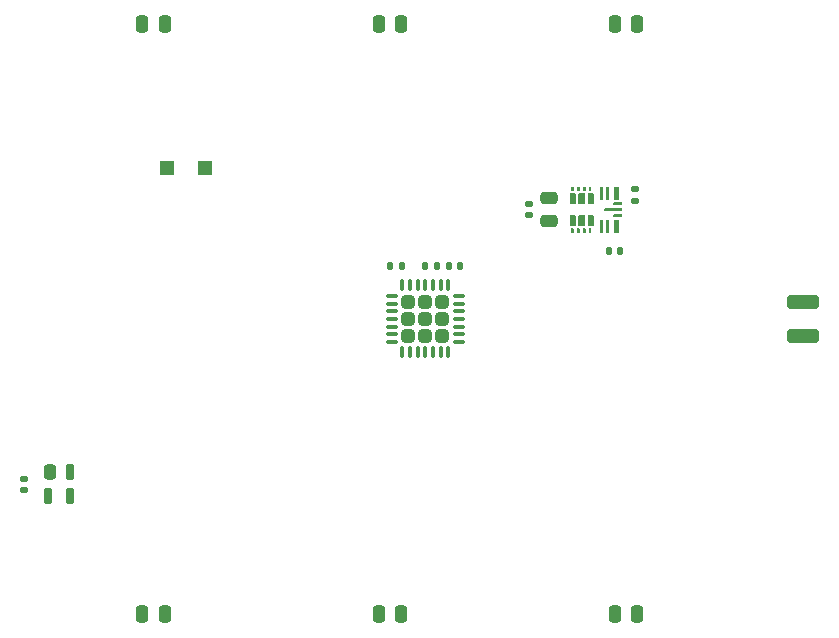
<source format=gbp>
G04 #@! TF.GenerationSoftware,KiCad,Pcbnew,7.0.11*
G04 #@! TF.CreationDate,2025-02-19T11:42:19-05:00*
G04 #@! TF.ProjectId,thruster-pcb,74687275-7374-4657-922d-7063622e6b69,1.0*
G04 #@! TF.SameCoordinates,Original*
G04 #@! TF.FileFunction,Paste,Bot*
G04 #@! TF.FilePolarity,Positive*
%FSLAX46Y46*%
G04 Gerber Fmt 4.6, Leading zero omitted, Abs format (unit mm)*
G04 Created by KiCad (PCBNEW 7.0.11) date 2025-02-19 11:42:19*
%MOMM*%
%LPD*%
G01*
G04 APERTURE LIST*
G04 Aperture macros list*
%AMRoundRect*
0 Rectangle with rounded corners*
0 $1 Rounding radius*
0 $2 $3 $4 $5 $6 $7 $8 $9 X,Y pos of 4 corners*
0 Add a 4 corners polygon primitive as box body*
4,1,4,$2,$3,$4,$5,$6,$7,$8,$9,$2,$3,0*
0 Add four circle primitives for the rounded corners*
1,1,$1+$1,$2,$3*
1,1,$1+$1,$4,$5*
1,1,$1+$1,$6,$7*
1,1,$1+$1,$8,$9*
0 Add four rect primitives between the rounded corners*
20,1,$1+$1,$2,$3,$4,$5,0*
20,1,$1+$1,$4,$5,$6,$7,0*
20,1,$1+$1,$6,$7,$8,$9,0*
20,1,$1+$1,$8,$9,$2,$3,0*%
G04 Aperture macros list end*
%ADD10RoundRect,0.135000X-0.135000X-0.185000X0.135000X-0.185000X0.135000X0.185000X-0.135000X0.185000X0*%
%ADD11RoundRect,0.250000X-0.250000X-0.475000X0.250000X-0.475000X0.250000X0.475000X-0.250000X0.475000X0*%
%ADD12RoundRect,0.250000X0.475000X-0.250000X0.475000X0.250000X-0.475000X0.250000X-0.475000X-0.250000X0*%
%ADD13RoundRect,0.140000X-0.140000X-0.170000X0.140000X-0.170000X0.140000X0.170000X-0.140000X0.170000X0*%
%ADD14RoundRect,0.140000X0.170000X-0.140000X0.170000X0.140000X-0.170000X0.140000X-0.170000X-0.140000X0*%
%ADD15RoundRect,0.250000X0.250000X0.475000X-0.250000X0.475000X-0.250000X-0.475000X0.250000X-0.475000X0*%
%ADD16RoundRect,0.247500X-0.247500X0.402500X-0.247500X-0.402500X0.247500X-0.402500X0.247500X0.402500X0*%
%ADD17RoundRect,0.090000X-0.210000X0.560000X-0.210000X-0.560000X0.210000X-0.560000X0.210000X0.560000X0*%
%ADD18R,1.200000X1.200000*%
%ADD19RoundRect,0.250000X0.320000X0.320000X-0.320000X0.320000X-0.320000X-0.320000X0.320000X-0.320000X0*%
%ADD20RoundRect,0.075000X0.437500X0.075000X-0.437500X0.075000X-0.437500X-0.075000X0.437500X-0.075000X0*%
%ADD21RoundRect,0.075000X0.075000X0.437500X-0.075000X0.437500X-0.075000X-0.437500X0.075000X-0.437500X0*%
%ADD22RoundRect,0.135000X0.135000X0.185000X-0.135000X0.185000X-0.135000X-0.185000X0.135000X-0.185000X0*%
%ADD23RoundRect,0.140000X-0.170000X0.140000X-0.170000X-0.140000X0.170000X-0.140000X0.170000X0.140000X0*%
%ADD24RoundRect,0.250000X-1.100000X0.325000X-1.100000X-0.325000X1.100000X-0.325000X1.100000X0.325000X0*%
G04 APERTURE END LIST*
G36*
X177549500Y-93000001D02*
G01*
X177549500Y-93999999D01*
X177499500Y-94050001D01*
X177224500Y-94050001D01*
X177174500Y-93999999D01*
X177174500Y-93000001D01*
X177224500Y-92950001D01*
X177499500Y-92950001D01*
X177549500Y-93000001D01*
G37*
G36*
X176675001Y-93000001D02*
G01*
X176675001Y-93999999D01*
X176624999Y-94050001D01*
X176474999Y-94050001D01*
X176424999Y-93999999D01*
X176424999Y-93000001D01*
X176474999Y-92950001D01*
X176624999Y-92950001D01*
X176675001Y-93000001D01*
G37*
G36*
X173725000Y-93724500D02*
G01*
X173725000Y-93999501D01*
X173675000Y-94049501D01*
X173525000Y-94049501D01*
X173475000Y-93999501D01*
X173475000Y-93724500D01*
X173525000Y-93674500D01*
X173675000Y-93674500D01*
X173725000Y-93724500D01*
G37*
G36*
X174225001Y-93724500D02*
G01*
X174225001Y-93999501D01*
X174175001Y-94049501D01*
X174024999Y-94049501D01*
X173974999Y-93999501D01*
X173974999Y-93724500D01*
X174024999Y-93674500D01*
X174175001Y-93674500D01*
X174225001Y-93724500D01*
G37*
G36*
X174725000Y-93724500D02*
G01*
X174725000Y-93999501D01*
X174675000Y-94049501D01*
X174525000Y-94049501D01*
X174475001Y-93999501D01*
X174475001Y-93724500D01*
X174525000Y-93674500D01*
X174675000Y-93674500D01*
X174725000Y-93724500D01*
G37*
G36*
X175224999Y-93724500D02*
G01*
X175224999Y-93999501D01*
X175174999Y-94049501D01*
X175024999Y-94049501D01*
X174975000Y-93999501D01*
X174975000Y-93724500D01*
X175024999Y-93674500D01*
X175174999Y-93674500D01*
X175224999Y-93724500D01*
G37*
G36*
X175422499Y-92599999D02*
G01*
X175422499Y-93430000D01*
X175372499Y-93480000D01*
X174957499Y-93480000D01*
X174907499Y-93430000D01*
X174907499Y-92599999D01*
X174957499Y-92549999D01*
X175372499Y-92549999D01*
X175422499Y-92599999D01*
G37*
G36*
X173887501Y-92599999D02*
G01*
X173887501Y-93430000D01*
X173837501Y-93480000D01*
X173422501Y-93480000D01*
X173372501Y-93430000D01*
X173372501Y-92599999D01*
X173422501Y-92549999D01*
X173837501Y-92549999D01*
X173887501Y-92599999D01*
G37*
G36*
X174709999Y-92599999D02*
G01*
X174709999Y-93430000D01*
X174659999Y-93480000D01*
X174140000Y-93480000D01*
X174090000Y-93430000D01*
X174090000Y-92599999D01*
X174140000Y-92549999D01*
X174659999Y-92549999D01*
X174709999Y-92599999D01*
G37*
G36*
X176175000Y-93000001D02*
G01*
X176175000Y-93999999D01*
X176125000Y-94049999D01*
X175975000Y-94049999D01*
X175925000Y-93999999D01*
X175925000Y-93000001D01*
X175975000Y-92950001D01*
X176125000Y-92950001D01*
X176175000Y-93000001D01*
G37*
G36*
X177850000Y-92525000D02*
G01*
X177850000Y-92675000D01*
X177799998Y-92725000D01*
X177099999Y-92725000D01*
X177049999Y-92675000D01*
X177049999Y-92525000D01*
X177099999Y-92475001D01*
X177799998Y-92475001D01*
X177850000Y-92525000D01*
G37*
G36*
X177849500Y-92000000D02*
G01*
X177849500Y-92200000D01*
X177799500Y-92250000D01*
X176374499Y-92250000D01*
X176324499Y-92200000D01*
X176324499Y-92000000D01*
X176374499Y-91950000D01*
X177799500Y-91950000D01*
X177849500Y-92000000D01*
G37*
G36*
X174709999Y-90770000D02*
G01*
X174709999Y-91600001D01*
X174659999Y-91650001D01*
X174140000Y-91650001D01*
X174090000Y-91600001D01*
X174090000Y-90770000D01*
X174140000Y-90720000D01*
X174659999Y-90720000D01*
X174709999Y-90770000D01*
G37*
G36*
X177849998Y-91525000D02*
G01*
X177849998Y-91675000D01*
X177799998Y-91724999D01*
X177099999Y-91724999D01*
X177049999Y-91675000D01*
X177049999Y-91525000D01*
X177099999Y-91475000D01*
X177799998Y-91475000D01*
X177849998Y-91525000D01*
G37*
G36*
X176175000Y-90200001D02*
G01*
X176175000Y-91199999D01*
X176125000Y-91249999D01*
X175975000Y-91249999D01*
X175925000Y-91199999D01*
X175925000Y-90200001D01*
X175975000Y-90150001D01*
X176125000Y-90150001D01*
X176175000Y-90200001D01*
G37*
G36*
X176675001Y-90200001D02*
G01*
X176675001Y-91199999D01*
X176624999Y-91249999D01*
X176474999Y-91249999D01*
X176424999Y-91199999D01*
X176424999Y-90200001D01*
X176474999Y-90149999D01*
X176624999Y-90149999D01*
X176675001Y-90200001D01*
G37*
G36*
X175422499Y-90770000D02*
G01*
X175422499Y-91600001D01*
X175372499Y-91650001D01*
X174957499Y-91650001D01*
X174907499Y-91600001D01*
X174907499Y-90770000D01*
X174957499Y-90720000D01*
X175372499Y-90720000D01*
X175422499Y-90770000D01*
G37*
G36*
X173887501Y-90770000D02*
G01*
X173887501Y-91600001D01*
X173837501Y-91650001D01*
X173422501Y-91650001D01*
X173372501Y-91600001D01*
X173372501Y-90770000D01*
X173422501Y-90720000D01*
X173837501Y-90720000D01*
X173887501Y-90770000D01*
G37*
G36*
X173725000Y-90200499D02*
G01*
X173725000Y-90475500D01*
X173675000Y-90525500D01*
X173525000Y-90525500D01*
X173475000Y-90475500D01*
X173475000Y-90200499D01*
X173525000Y-90150499D01*
X173675000Y-90150499D01*
X173725000Y-90200499D01*
G37*
G36*
X174225001Y-90200499D02*
G01*
X174225001Y-90475500D01*
X174175001Y-90525500D01*
X174024999Y-90525500D01*
X173974999Y-90475500D01*
X173974999Y-90200499D01*
X174024999Y-90150499D01*
X174175001Y-90150499D01*
X174225001Y-90200499D01*
G37*
G36*
X174725000Y-90200499D02*
G01*
X174725000Y-90475500D01*
X174675000Y-90525500D01*
X174525000Y-90525500D01*
X174475001Y-90475500D01*
X174475001Y-90200499D01*
X174525000Y-90150499D01*
X174675000Y-90150499D01*
X174725000Y-90200499D01*
G37*
G36*
X175224999Y-90200499D02*
G01*
X175224999Y-90475500D01*
X175174999Y-90525500D01*
X175024999Y-90525500D01*
X174975000Y-90475500D01*
X174975000Y-90200499D01*
X175024999Y-90150499D01*
X175174999Y-90150499D01*
X175224999Y-90200499D01*
G37*
G36*
X177549500Y-90200001D02*
G01*
X177549500Y-91199999D01*
X177499500Y-91249999D01*
X177224500Y-91249999D01*
X177174500Y-91199999D01*
X177174500Y-90200001D01*
X177224500Y-90149999D01*
X177499500Y-90149999D01*
X177549500Y-90200001D01*
G37*
D10*
X158140000Y-96850000D03*
X159160000Y-96850000D03*
D11*
X157200000Y-76350000D03*
X159100000Y-76350000D03*
X137200000Y-76350000D03*
X139100000Y-76350000D03*
D12*
X171650000Y-93050000D03*
X171650000Y-91150000D03*
D13*
X176670000Y-95600000D03*
X177630000Y-95600000D03*
X163170000Y-96850000D03*
X164130000Y-96850000D03*
D14*
X169900000Y-92580000D03*
X169900000Y-91620000D03*
D15*
X139100000Y-126350000D03*
X137200000Y-126350000D03*
D16*
X129385000Y-114325000D03*
D17*
X131110000Y-114325000D03*
X131110000Y-116375000D03*
X129190000Y-116375000D03*
D18*
X139300000Y-88600000D03*
X142500000Y-88600000D03*
D19*
X162570000Y-102770000D03*
X162570000Y-101350000D03*
X162570000Y-99930000D03*
X161150000Y-102770000D03*
X161150000Y-101350000D03*
X161150000Y-99930000D03*
X159730000Y-102770000D03*
X159730000Y-101350000D03*
X159730000Y-99930000D03*
D20*
X163987500Y-99400000D03*
X163987500Y-100050000D03*
X163987500Y-100700000D03*
X163987500Y-101350000D03*
X163987500Y-102000000D03*
X163987500Y-102650000D03*
X163987500Y-103300000D03*
D21*
X163100000Y-104187500D03*
X162450000Y-104187500D03*
X161800000Y-104187500D03*
X161150000Y-104187500D03*
X160500000Y-104187500D03*
X159850000Y-104187500D03*
X159200000Y-104187500D03*
D20*
X158312500Y-103300000D03*
X158312500Y-102650000D03*
X158312500Y-102000000D03*
X158312500Y-101350000D03*
X158312500Y-100700000D03*
X158312500Y-100050000D03*
X158312500Y-99400000D03*
D21*
X159200000Y-98512500D03*
X159850000Y-98512500D03*
X160500000Y-98512500D03*
X161150000Y-98512500D03*
X161800000Y-98512500D03*
X162450000Y-98512500D03*
X163100000Y-98512500D03*
D22*
X162160000Y-96850000D03*
X161140000Y-96850000D03*
D11*
X177200000Y-76350000D03*
X179100000Y-76350000D03*
D14*
X127150000Y-115830000D03*
X127150000Y-114870000D03*
D15*
X159100000Y-126350000D03*
X157200000Y-126350000D03*
D23*
X178900000Y-90370000D03*
X178900000Y-91330000D03*
D24*
X193150000Y-99875000D03*
X193150000Y-102825000D03*
D15*
X179100000Y-126350000D03*
X177200000Y-126350000D03*
M02*

</source>
